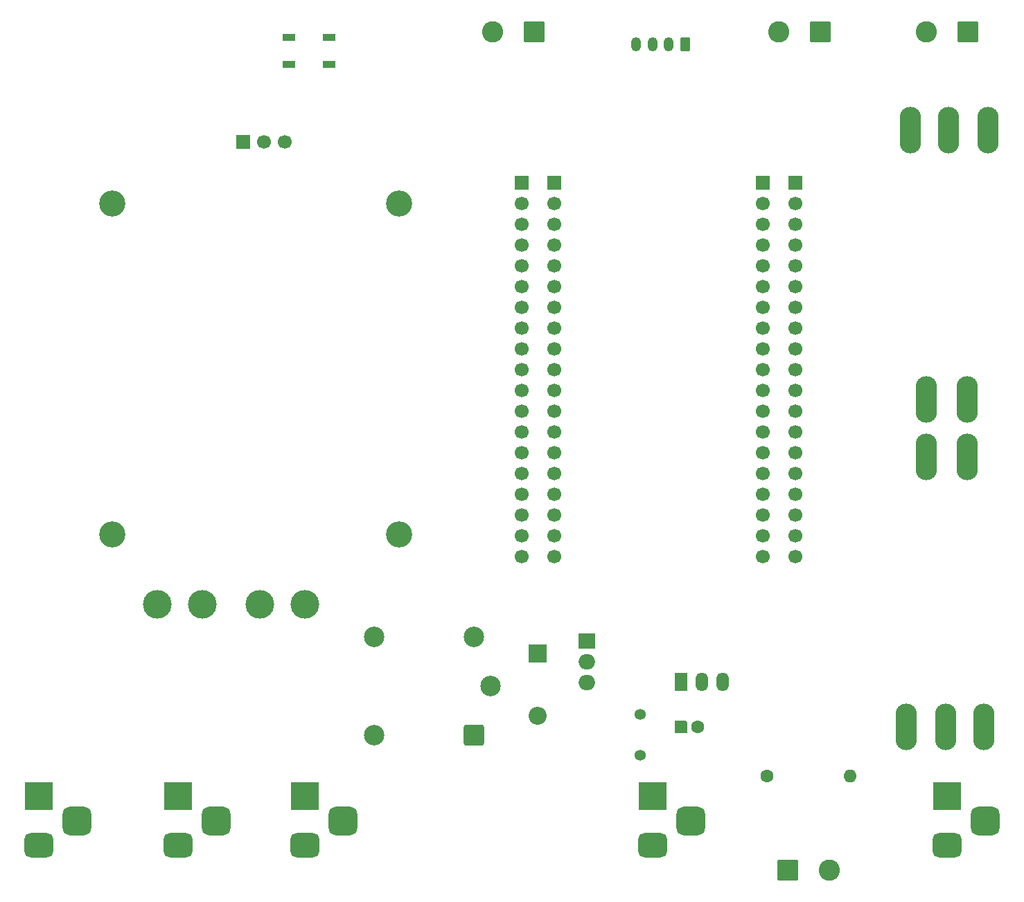
<source format=gbr>
%TF.GenerationSoftware,KiCad,Pcbnew,9.0.1*%
%TF.CreationDate,2025-05-24T15:45:39+01:00*%
%TF.ProjectId,main_board,6d61696e-5f62-46f6-9172-642e6b696361,rev?*%
%TF.SameCoordinates,Original*%
%TF.FileFunction,Soldermask,Top*%
%TF.FilePolarity,Negative*%
%FSLAX46Y46*%
G04 Gerber Fmt 4.6, Leading zero omitted, Abs format (unit mm)*
G04 Created by KiCad (PCBNEW 9.0.1) date 2025-05-24 15:45:39*
%MOMM*%
%LPD*%
G01*
G04 APERTURE LIST*
G04 Aperture macros list*
%AMRoundRect*
0 Rectangle with rounded corners*
0 $1 Rounding radius*
0 $2 $3 $4 $5 $6 $7 $8 $9 X,Y pos of 4 corners*
0 Add a 4 corners polygon primitive as box body*
4,1,4,$2,$3,$4,$5,$6,$7,$8,$9,$2,$3,0*
0 Add four circle primitives for the rounded corners*
1,1,$1+$1,$2,$3*
1,1,$1+$1,$4,$5*
1,1,$1+$1,$6,$7*
1,1,$1+$1,$8,$9*
0 Add four rect primitives between the rounded corners*
20,1,$1+$1,$2,$3,$4,$5,0*
20,1,$1+$1,$4,$5,$6,$7,0*
20,1,$1+$1,$6,$7,$8,$9,0*
20,1,$1+$1,$8,$9,$2,$3,0*%
%AMOutline5P*
0 Free polygon, 5 corners , with rotation*
0 The origin of the aperture is its center*
0 number of corners: always 5*
0 $1 to $10 corner X, Y*
0 $11 Rotation angle, in degrees counterclockwise*
0 create outline with 5 corners*
4,1,5,$1,$2,$3,$4,$5,$6,$7,$8,$9,$10,$1,$2,$11*%
%AMOutline6P*
0 Free polygon, 6 corners , with rotation*
0 The origin of the aperture is its center*
0 number of corners: always 6*
0 $1 to $12 corner X, Y*
0 $13 Rotation angle, in degrees counterclockwise*
0 create outline with 6 corners*
4,1,6,$1,$2,$3,$4,$5,$6,$7,$8,$9,$10,$11,$12,$1,$2,$13*%
%AMOutline7P*
0 Free polygon, 7 corners , with rotation*
0 The origin of the aperture is its center*
0 number of corners: always 7*
0 $1 to $14 corner X, Y*
0 $15 Rotation angle, in degrees counterclockwise*
0 create outline with 7 corners*
4,1,7,$1,$2,$3,$4,$5,$6,$7,$8,$9,$10,$11,$12,$13,$14,$1,$2,$15*%
%AMOutline8P*
0 Free polygon, 8 corners , with rotation*
0 The origin of the aperture is its center*
0 number of corners: always 8*
0 $1 to $16 corner X, Y*
0 $17 Rotation angle, in degrees counterclockwise*
0 create outline with 8 corners*
4,1,8,$1,$2,$3,$4,$5,$6,$7,$8,$9,$10,$11,$12,$13,$14,$15,$16,$1,$2,$17*%
G04 Aperture macros list end*
%ADD10RoundRect,0.090000X-0.660000X-0.360000X0.660000X-0.360000X0.660000X0.360000X-0.660000X0.360000X0*%
%ADD11Outline5P,-0.800000X0.800000X0.480000X0.800000X0.800000X0.480000X0.800000X-0.800000X-0.800000X-0.800000X0.000000*%
%ADD12C,1.600000*%
%ADD13C,1.354000*%
%ADD14RoundRect,0.250000X0.350000X0.625000X-0.350000X0.625000X-0.350000X-0.625000X0.350000X-0.625000X0*%
%ADD15O,1.200000X1.750000*%
%ADD16R,3.500000X3.500000*%
%ADD17RoundRect,0.750000X1.000000X-0.750000X1.000000X0.750000X-1.000000X0.750000X-1.000000X-0.750000X0*%
%ADD18RoundRect,0.875000X0.875000X-0.875000X0.875000X0.875000X-0.875000X0.875000X-0.875000X-0.875000X0*%
%ADD19C,3.200000*%
%ADD20O,2.600000X5.700000*%
%ADD21C,1.700000*%
%ADD22R,1.700000X1.700000*%
%ADD23RoundRect,0.250000X-1.050000X-1.050000X1.050000X-1.050000X1.050000X1.050000X-1.050000X1.050000X0*%
%ADD24C,2.600000*%
%ADD25RoundRect,0.250000X1.050000X1.050000X-1.050000X1.050000X-1.050000X-1.050000X1.050000X-1.050000X0*%
%ADD26R,1.500000X2.300000*%
%ADD27O,1.500000X2.300000*%
%ADD28O,1.600000X1.600000*%
%ADD29C,3.500000*%
%ADD30R,2.000000X1.905000*%
%ADD31O,2.000000X1.905000*%
%ADD32R,2.200000X2.200000*%
%ADD33O,2.200000X2.200000*%
%ADD34C,2.500000*%
%ADD35RoundRect,0.250000X1.000000X1.000000X-1.000000X1.000000X-1.000000X-1.000000X1.000000X-1.000000X0*%
G04 APERTURE END LIST*
D10*
%TO.C,REF\u002A\u002A*%
X90600000Y-44700000D03*
X90600000Y-48000000D03*
X95500000Y-48000000D03*
X95500000Y-44700000D03*
%TD*%
D11*
%TO.C,REF\u002A\u002A*%
X138500000Y-129000000D03*
D12*
X140500000Y-129000000D03*
%TD*%
D13*
%TO.C,REF\u002A\u002A*%
X133500000Y-127500000D03*
X133500000Y-132500000D03*
%TD*%
D14*
%TO.C,REF\u002A\u002A*%
X139000000Y-45500000D03*
D15*
X137000000Y-45500000D03*
X135000000Y-45500000D03*
X133000000Y-45500000D03*
%TD*%
D16*
%TO.C,REF\u002A\u002A*%
X77000000Y-137500000D03*
D17*
X77000000Y-143500000D03*
D18*
X81700000Y-140500000D03*
%TD*%
D19*
%TO.C,REF\u002A\u002A*%
X104000000Y-65000000D03*
%TD*%
D20*
%TO.C,REF\u002A\u002A*%
X166000000Y-129000000D03*
X173500000Y-96000000D03*
X170850000Y-129000000D03*
X168500000Y-96000000D03*
X175500000Y-129000000D03*
%TD*%
D19*
%TO.C,REF\u002A\u002A*%
X69000000Y-65000000D03*
%TD*%
D16*
%TO.C,REF\u002A\u002A*%
X135000000Y-137500000D03*
D17*
X135000000Y-143500000D03*
D18*
X139700000Y-140500000D03*
%TD*%
D21*
%TO.C,REF\u002A\u002A*%
X123000000Y-65040000D03*
X123000000Y-67580000D03*
X123000000Y-70120000D03*
X123000000Y-72660000D03*
X123000000Y-75200000D03*
X123000000Y-77740000D03*
X123000000Y-80280000D03*
X123000000Y-82820000D03*
X123000000Y-85360000D03*
X123000000Y-87900000D03*
D22*
X123000000Y-62500000D03*
D21*
X123000000Y-90440000D03*
X123000000Y-95520000D03*
X123000000Y-103140000D03*
X123000000Y-105680000D03*
X123000000Y-92980000D03*
X123000000Y-108220000D03*
X123000000Y-98060000D03*
X123000000Y-100600000D03*
%TD*%
D19*
%TO.C,REF\u002A\u002A*%
X69000000Y-105500000D03*
%TD*%
D16*
%TO.C,REF\u002A\u002A*%
X171000000Y-137500000D03*
D17*
X171000000Y-143500000D03*
D18*
X175700000Y-140500000D03*
%TD*%
D21*
%TO.C,REF\u002A\u002A*%
X148500000Y-108220000D03*
X148500000Y-92980000D03*
X148500000Y-95520000D03*
X148500000Y-100600000D03*
X148500000Y-103140000D03*
X148500000Y-105680000D03*
X148500000Y-65040000D03*
X148500000Y-77740000D03*
X148500000Y-72660000D03*
X148500000Y-80280000D03*
X148500000Y-87900000D03*
X148500000Y-85360000D03*
X148500000Y-82820000D03*
X148500000Y-90440000D03*
X148500000Y-98060000D03*
X148500000Y-75200000D03*
X148500000Y-70120000D03*
X148500000Y-67580000D03*
D22*
X148500000Y-62500000D03*
%TD*%
D23*
%TO.C,REF\u002A\u002A*%
X151500000Y-146500000D03*
D24*
X156580000Y-146500000D03*
%TD*%
D21*
%TO.C,REF\u002A\u002A*%
X87540000Y-57500000D03*
D22*
X85000000Y-57500000D03*
D21*
X90080000Y-57500000D03*
%TD*%
D25*
%TO.C,REF\u002A\u002A*%
X120545000Y-44000000D03*
D24*
X115465000Y-44000000D03*
%TD*%
D16*
%TO.C,REF\u002A\u002A*%
X60000000Y-137500000D03*
D17*
X60000000Y-143500000D03*
D18*
X64700000Y-140500000D03*
%TD*%
D19*
%TO.C,REF\u002A\u002A*%
X104000000Y-105500000D03*
%TD*%
D26*
%TO.C,REF\u002A\u002A*%
X138500000Y-123500000D03*
D27*
X141040000Y-123500000D03*
X143580000Y-123500000D03*
%TD*%
D22*
%TO.C,REF\u002A\u002A*%
X119000000Y-62500000D03*
D21*
X119000000Y-65040000D03*
X119000000Y-67580000D03*
X119000000Y-70120000D03*
X119000000Y-72660000D03*
X119000000Y-75200000D03*
X119000000Y-77740000D03*
X119000000Y-80280000D03*
X119000000Y-82820000D03*
X119000000Y-85360000D03*
X119000000Y-87900000D03*
X119000000Y-90440000D03*
X119000000Y-92980000D03*
X119000000Y-95520000D03*
X119000000Y-98060000D03*
X119000000Y-100600000D03*
X119000000Y-103140000D03*
X119000000Y-105680000D03*
X119000000Y-108220000D03*
%TD*%
D12*
%TO.C,REF\u002A\u002A*%
X149000000Y-135000000D03*
D28*
X159160000Y-135000000D03*
%TD*%
D25*
%TO.C,REF\u002A\u002A*%
X155500000Y-44000000D03*
D24*
X150420000Y-44000000D03*
%TD*%
D29*
%TO.C,REF\u002A\u002A*%
X87000000Y-114000000D03*
%TD*%
D30*
%TO.C,REF\u002A\u002A*%
X127000000Y-118500000D03*
D31*
X127000000Y-121040000D03*
X127000000Y-123580000D03*
%TD*%
D29*
%TO.C,*%
X74500000Y-114000000D03*
%TD*%
D22*
%TO.C,REF\u002A\u002A*%
X152500000Y-62500000D03*
D21*
X152500000Y-65040000D03*
X152500000Y-67580000D03*
X152500000Y-70120000D03*
X152500000Y-72660000D03*
X152500000Y-75200000D03*
X152500000Y-77740000D03*
X152500000Y-80280000D03*
X152500000Y-82820000D03*
X152500000Y-87900000D03*
X152500000Y-90440000D03*
X152500000Y-92980000D03*
X152500000Y-95520000D03*
X152500000Y-98060000D03*
X152500000Y-100600000D03*
X152500000Y-103140000D03*
X152500000Y-105680000D03*
X152500000Y-108220000D03*
X152500000Y-85360000D03*
%TD*%
D32*
%TO.C,REF\u002A\u002A*%
X121000000Y-120000000D03*
D33*
X121000000Y-127620000D03*
%TD*%
D29*
%TO.C,*%
X80000000Y-114000000D03*
%TD*%
%TO.C,REF\u002A\u002A*%
X92500000Y-114000000D03*
%TD*%
D20*
%TO.C,REF\u002A\u002A*%
X176000000Y-56000000D03*
X168500000Y-89000000D03*
X173500000Y-89000000D03*
X166500000Y-56000000D03*
X171150000Y-56000000D03*
%TD*%
D16*
%TO.C,REF\u002A\u002A*%
X92500000Y-137500000D03*
D17*
X92500000Y-143500000D03*
D18*
X97200000Y-140500000D03*
%TD*%
D25*
%TO.C,REF\u002A\u002A*%
X173545000Y-44000000D03*
D24*
X168465000Y-44000000D03*
%TD*%
D34*
%TO.C,REF\u002A\u002A*%
X115200000Y-124000000D03*
X101000000Y-130000000D03*
X101000000Y-118000000D03*
D35*
X113200000Y-130000000D03*
D34*
X113200000Y-118000000D03*
%TD*%
M02*

</source>
